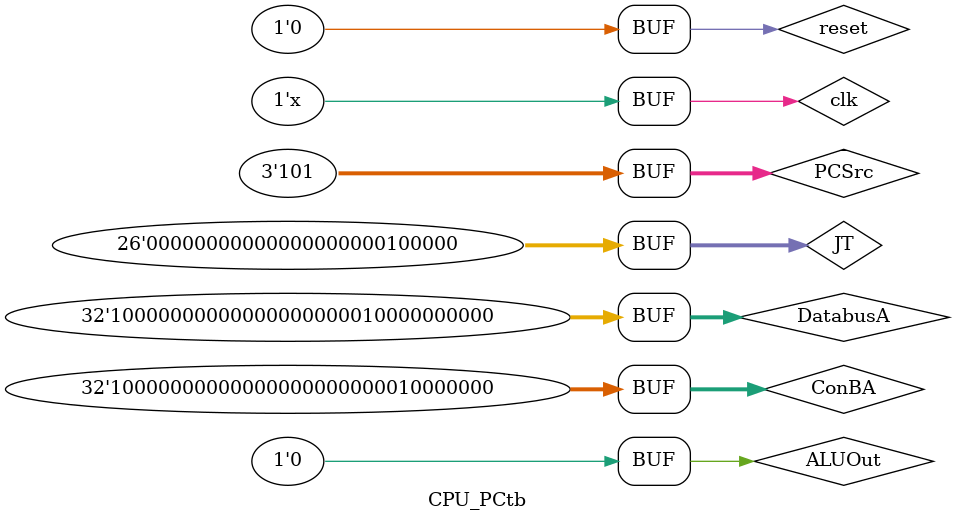
<source format=v>
module CPU_PCtb;
  reg ALUOut,clk,reset;
  reg[2:0] PCSrc;
	reg[25:0] JT;
	reg[31:0] DatabusA,ConBA;
	wire[31:0] PC;
	CPU_PC update(clk,PCSrc,ALUOut,JT,ConBA,DatabusA,reset,PC);
	always #5 clk=~clk;
	initial begin
	  clk=1;
	  reset=0;
	  ALUOut=1;
	  ConBA=32'b1000_0000_0000_0000_0000_0000_1000_0000;
	  DatabusA=32'b1000_0000_0000_0000_0000_0100_0000_0000;
	  JT=26'b00_0000_0000_0000_0000_0010_0000;
	  PCSrc=3'b000;
	  #10 PCSrc=3'b001;
	  #10 ALUOut=0;
	  #10 PCSrc=3'b010;
	  #10 PCSrc=3'b011;
	  #10 PCSrc=3'b100;
	  #10 PCSrc=3'b101;
	  end
	endmodule
</source>
